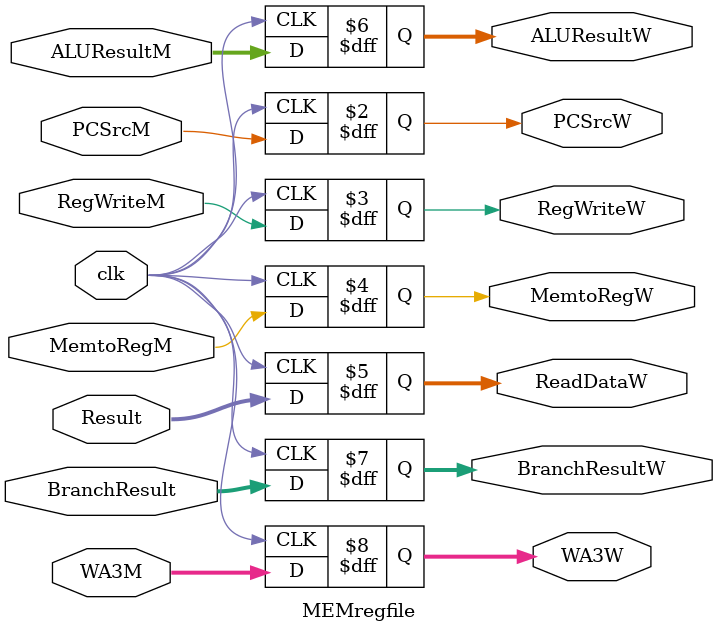
<source format=sv>
module MEMregfile(
    input logic clk,
	//Controls
	input logic PCSrcM,
	input logic RegWriteM,
	input logic MemtoRegM,
	output logic PCSrcW,
	output logic RegWriteW,
	output logic MemtoRegW,
	
	//Relays
    input logic [31:0] Result, 
	input logic [31:0] ALUResultM,
	input logic [31:0] BranchResult,
	input logic [3:0] WA3M,
    output logic [31:0] ReadDataW, 
	output logic [31:0] ALUResultW,
	output logic [31:0] BranchResultW,
	output logic [3:0] WA3W);

    always_ff @(posedge clk)
		begin
			PCSrcW = PCSrcM;
			RegWriteW = RegWriteM;
			MemtoRegW = MemtoRegM;
			ReadDataW = Result;
			ALUResultW = ALUResultM;
			BranchResultW = BranchResult;
			WA3W = WA3M;
		end
endmodule

</source>
